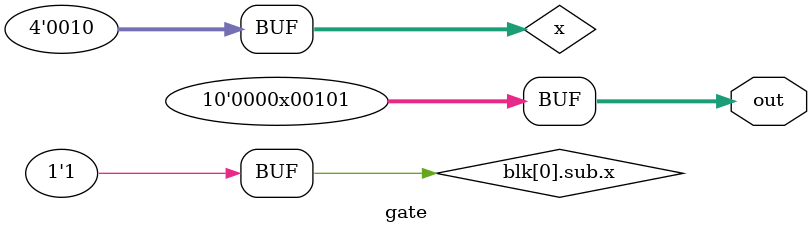
<source format=v>
/* Generated by Yosys 0.56+171 (git sha1 6fdcdd41d, g++ 11.4.0-1ubuntu1~22.04.2 -Og -fPIC) */

(* top =  1  *)
(* src = "dut.sv:3.1-15.10" *)
module gate(out);
  (* src = "dut.sv:13.23-13.26" *)
  output [9:0] out;
  wire [9:0] out;
  (* src = "dut.sv:8.24-8.25" *)
  wire [0:0] \blk[0].sub.x ;
  (* src = "dut.sv:4.16-4.17" *)
  wire [3:0] x;
  assign \blk[0].sub.x  = 1'h1;
  assign out = 10'b0000x00101;
  assign x = 4'h2;
endmodule

</source>
